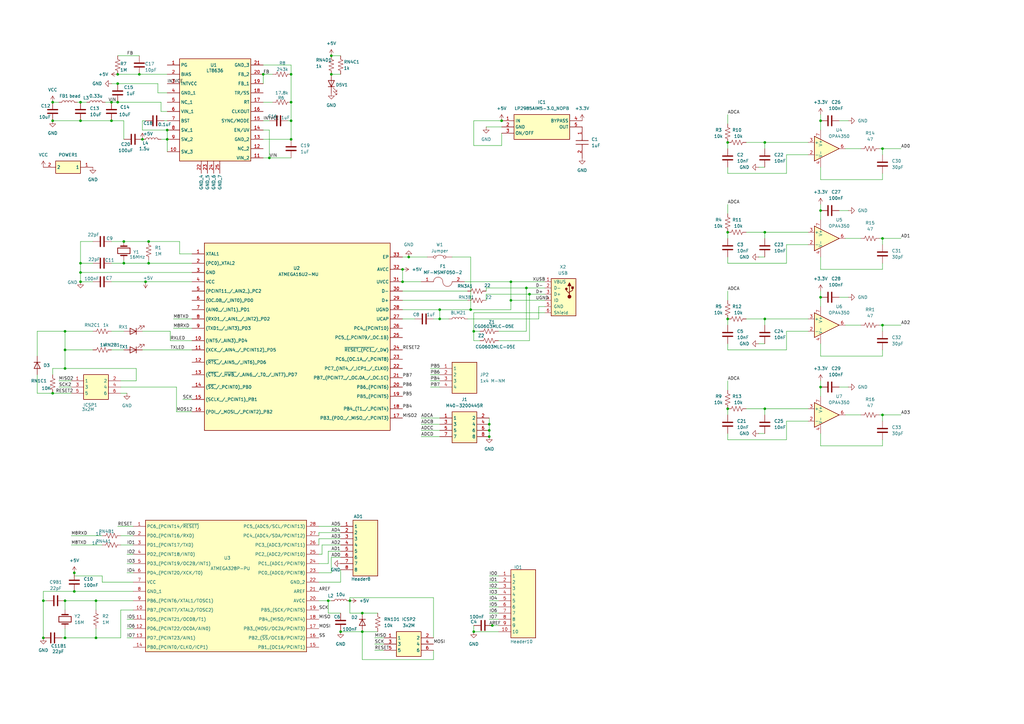
<source format=kicad_sch>
(kicad_sch (version 20231120) (generator "eeschema") (generator_version "8.0")
  (paper "A3")
  (junction (at 298.45 130.81))
  (junction (at 68.58 57.15))
  (junction (at 200.66 179.07))
  (junction (at 298.45 167.64))
  (junction (at 45.72 41.91))
  (junction (at 134.62 246.38))
  (junction (at 313.69 130.81))
  (junction (at 336.55 86.36))
  (junction (at 336.55 121.92))
  (junction (at 165.1 115.57))
  (junction (at 60.96 107.95))
  (junction (at 361.95 170.18))
  (junction (at 58.42 57.15))
  (junction (at 60.96 99.06))
  (junction (at 17.78 246.38))
  (junction (at 68.58 53.34))
  (junction (at 50.8 107.95))
  (junction (at 107.95 30.48))
  (junction (at 33.02 49.53))
  (junction (at 33.02 41.91))
  (junction (at 57.15 30.48))
  (junction (at 139.7 259.08))
  (junction (at 298.45 58.42))
  (junction (at 39.37 246.38))
  (junction (at 39.37 261.62))
  (junction (at 26.67 151.13))
  (junction (at 110.49 64.77))
  (junction (at 200.66 173.99))
  (junction (at 180.34 130.81))
  (junction (at 194.31 135.89))
  (junction (at 200.66 176.53))
  (junction (at 361.95 97.79))
  (junction (at 313.69 167.64))
  (junction (at 30.48 242.57))
  (junction (at 336.55 49.53))
  (junction (at 209.55 123.19))
  (junction (at 143.51 246.38))
  (junction (at 148.59 251.46))
  (junction (at 119.38 57.15))
  (junction (at 361.95 133.35))
  (junction (at 17.78 261.62))
  (junction (at 135.89 22.86))
  (junction (at 33.02 111.76))
  (junction (at 59.69 115.57))
  (junction (at 201.93 256.54))
  (junction (at 165.1 110.49))
  (junction (at 26.67 246.38))
  (junction (at 119.38 41.91))
  (junction (at 33.02 107.95))
  (junction (at 217.17 120.65))
  (junction (at 33.02 115.57))
  (junction (at 205.74 49.53))
  (junction (at 30.48 234.95))
  (junction (at 119.38 30.48))
  (junction (at 21.59 49.53))
  (junction (at 336.55 158.75))
  (junction (at 209.55 115.57))
  (junction (at 193.04 127))
  (junction (at 119.38 49.53))
  (junction (at 48.26 34.29))
  (junction (at 361.95 60.96))
  (junction (at 180.34 127))
  (junction (at 194.31 259.08))
  (junction (at 26.67 261.62))
  (junction (at 313.69 58.42))
  (junction (at 48.26 30.48))
  (junction (at 21.59 161.29))
  (junction (at 26.67 143.51))
  (junction (at 215.9 118.11))
  (junction (at 26.67 135.89))
  (junction (at 313.69 95.25))
  (junction (at 21.59 41.91))
  (junction (at 48.26 41.91))
  (junction (at 298.45 95.25))
  (junction (at 50.8 99.06))
  (junction (at 135.89 30.48))
  (junction (at 167.64 105.41))
  (junction (at 148.59 259.08))
  (junction (at 45.72 49.53))
  (wire (pts (xy 67.31 49.53) (xy 68.58 49.53)))
  (wire (pts (xy 21.59 49.53) (xy 33.02 49.53)))
  (wire (pts (xy 165.1 115.57) (xy 172.72 115.57)))
  (wire (pts (xy 346.71 97.79) (xy 353.06 97.79)))
  (wire (pts (xy 45.72 135.89) (xy 50.8 135.89)))
  (wire (pts (xy 49.53 223.52) (xy 54.61 223.52)))
  (wire (pts (xy 139.7 223.52) (xy 132.08 223.52)))
  (wire (pts (xy 322.58 63.5) (xy 322.58 71.12)))
  (wire (pts (xy 322.58 180.34) (xy 298.45 180.34)))
  (wire (pts (xy 298.45 68.58) (xy 298.45 71.12)))
  (wire (pts (xy 49.53 156.21) (xy 55.88 156.21)))
  (wire (pts (xy 190.5 115.57) (xy 209.55 115.57)))
  (wire (pts (xy 134.62 251.46) (xy 134.62 246.38)))
  (wire (pts (xy 139.7 233.68) (xy 139.7 238.76)))
  (wire (pts (xy 130.81 220.98) (xy 130.81 223.52)))
  (wire (pts (xy 107.95 49.53) (xy 110.49 49.53)))
  (wire (pts (xy 26.67 143.51) (xy 38.1 143.51)))
  (wire (pts (xy 204.47 139.7) (xy 217.17 139.7)))
  (wire (pts (xy 39.37 261.62) (xy 49.53 261.62)))
  (wire (pts (xy 217.17 120.65) (xy 217.17 139.7)))
  (wire (pts (xy 68.58 38.1) (xy 64.77 38.1)))
  (wire (pts (xy 139.7 226.06) (xy 134.62 226.06)))
  (wire (pts (xy 68.58 57.15) (xy 68.58 62.23)))
  (wire (pts (xy 48.26 215.9) (xy 54.61 215.9)))
  (wire (pts (xy 200.66 241.3) (xy 204.47 241.3)))
  (wire (pts (xy 204.47 259.08) (xy 194.31 259.08)))
  (wire (pts (xy 172.72 173.99) (xy 180.34 173.99)))
  (wire (pts (xy 177.8 270.51) (xy 148.59 270.51)))
  (wire (pts (xy 306.07 167.64) (xy 313.69 167.64)))
  (wire (pts (xy 73.66 104.14) (xy 73.66 99.06)))
  (wire (pts (xy 331.47 63.5) (xy 322.58 63.5)))
  (wire (pts (xy 361.95 73.66) (xy 361.95 71.12)))
  (wire (pts (xy 336.55 110.49) (xy 361.95 110.49)))
  (wire (pts (xy 139.7 259.08) (xy 148.59 259.08)))
  (wire (pts (xy 24.13 158.75) (xy 29.21 158.75)))
  (wire (pts (xy 298.45 156.21) (xy 298.45 160.02)))
  (wire (pts (xy 336.55 86.36) (xy 336.55 90.17)))
  (wire (pts (xy 19.05 246.38) (xy 17.78 246.38)))
  (wire (pts (xy 148.59 251.46) (xy 143.51 251.46)))
  (wire (pts (xy 135.89 22.86) (xy 139.7 22.86)))
  (wire (pts (xy 200.66 246.38) (xy 204.47 246.38)))
  (wire (pts (xy 45.72 143.51) (xy 50.8 143.51)))
  (wire (pts (xy 209.55 127) (xy 193.04 127)))
  (wire (pts (xy 45.72 115.57) (xy 59.69 115.57)))
  (wire (pts (xy 107.95 26.67) (xy 119.38 26.67)))
  (wire (pts (xy 134.62 246.38) (xy 135.89 246.38)))
  (wire (pts (xy 15.24 135.89) (xy 26.67 135.89)))
  (wire (pts (xy 223.52 128.27) (xy 194.31 128.27)))
  (wire (pts (xy 313.69 95.25) (xy 331.47 95.25)))
  (wire (pts (xy 209.55 115.57) (xy 209.55 123.19)))
  (wire (pts (xy 205.74 59.69) (xy 194.31 59.69)))
  (wire (pts (xy 55.88 156.21) (xy 55.88 151.13)))
  (wire (pts (xy 313.69 95.25) (xy 313.69 97.79)))
  (wire (pts (xy 336.55 49.53) (xy 336.55 53.34)))
  (wire (pts (xy 130.81 215.9) (xy 139.7 215.9)))
  (wire (pts (xy 180.34 130.81) (xy 184.15 130.81)))
  (wire (pts (xy 43.18 41.91) (xy 45.72 41.91)))
  (wire (pts (xy 200.66 176.53) (xy 200.66 179.07)))
  (wire (pts (xy 200.66 254) (xy 204.47 254)))
  (wire (pts (xy 119.38 64.77) (xy 110.49 64.77)))
  (wire (pts (xy 220.98 125.73) (xy 223.52 125.73)))
  (wire (pts (xy 130.81 246.38) (xy 134.62 246.38)))
  (wire (pts (xy 344.17 86.36) (xy 347.98 86.36)))
  (wire (pts (xy 26.67 135.89) (xy 26.67 143.51)))
  (wire (pts (xy 336.55 146.05) (xy 361.95 146.05)))
  (wire (pts (xy 177.8 266.7) (xy 177.8 270.51)))
  (wire (pts (xy 204.47 135.89) (xy 215.9 135.89)))
  (wire (pts (xy 130.81 218.44) (xy 130.81 219.71)))
  (wire (pts (xy 194.31 128.27) (xy 194.31 135.89)))
  (wire (pts (xy 148.59 251.46) (xy 154.94 251.46)))
  (wire (pts (xy 33.02 99.06) (xy 38.1 99.06)))
  (wire (pts (xy 336.55 140.97) (xy 336.55 146.05)))
  (wire (pts (xy 209.55 123.19) (xy 209.55 127)))
  (wire (pts (xy 193.04 127) (xy 180.34 127)))
  (wire (pts (xy 33.02 49.53) (xy 45.72 49.53)))
  (wire (pts (xy 15.24 153.67) (xy 15.24 161.29)))
  (wire (pts (xy 346.71 133.35) (xy 353.06 133.35)))
  (wire (pts (xy 78.74 107.95) (xy 60.96 107.95)))
  (wire (pts (xy 54.61 250.19) (xy 49.53 250.19)))
  (wire (pts (xy 118.11 49.53) (xy 119.38 49.53)))
  (wire (pts (xy 26.67 246.38) (xy 26.67 250.19)))
  (wire (pts (xy 26.67 135.89) (xy 38.1 135.89)))
  (wire (pts (xy 50.8 99.06) (xy 60.96 99.06)))
  (wire (pts (xy 199.39 118.11) (xy 199.39 119.38)))
  (wire (pts (xy 48.26 30.48) (xy 57.15 30.48)))
  (wire (pts (xy 165.1 119.38) (xy 191.77 119.38)))
  (wire (pts (xy 322.58 100.33) (xy 322.58 107.95)))
  (wire (pts (xy 177.8 245.11) (xy 143.51 245.11)))
  (wire (pts (xy 200.66 251.46) (xy 204.47 251.46)))
  (wire (pts (xy 148.59 270.51) (xy 148.59 259.08)))
  (wire (pts (xy 311.15 68.58) (xy 313.69 68.58)))
  (wire (pts (xy 172.72 179.07) (xy 180.34 179.07)))
  (wire (pts (xy 26.67 143.51) (xy 26.67 151.13)))
  (wire (pts (xy 313.69 167.64) (xy 331.47 167.64)))
  (wire (pts (xy 50.8 57.15) (xy 50.8 49.53)))
  (wire (pts (xy 176.53 156.21) (xy 180.34 156.21)))
  (wire (pts (xy 200.66 238.76) (xy 204.47 238.76)))
  (wire (pts (xy 360.68 170.18) (xy 361.95 170.18)))
  (wire (pts (xy 200.66 256.54) (xy 201.93 256.54)))
  (wire (pts (xy 298.45 105.41) (xy 298.45 107.95)))
  (wire (pts (xy 26.67 257.81) (xy 26.67 261.62)))
  (wire (pts (xy 30.48 242.57) (xy 54.61 242.57)))
  (wire (pts (xy 107.95 57.15) (xy 119.38 57.15)))
  (wire (pts (xy 21.59 41.91) (xy 24.13 41.91)))
  (wire (pts (xy 306.07 95.25) (xy 313.69 95.25)))
  (wire (pts (xy 322.58 71.12) (xy 298.45 71.12)))
  (wire (pts (xy 165.1 123.19) (xy 191.77 123.19)))
  (wire (pts (xy 336.55 156.21) (xy 336.55 158.75)))
  (wire (pts (xy 21.59 151.13) (xy 21.59 153.67)))
  (wire (pts (xy 52.07 227.33) (xy 54.61 227.33)))
  (wire (pts (xy 223.52 123.19) (xy 209.55 123.19)))
  (wire (pts (xy 200.66 236.22) (xy 204.47 236.22)))
  (wire (pts (xy 194.31 49.53) (xy 205.74 49.53)))
  (wire (pts (xy 176.53 151.13) (xy 180.34 151.13)))
  (wire (pts (xy 49.53 219.71) (xy 54.61 219.71)))
  (wire (pts (xy 26.67 261.62) (xy 39.37 261.62)))
  (wire (pts (xy 24.13 156.21) (xy 29.21 156.21)))
  (wire (pts (xy 153.67 266.7) (xy 157.48 266.7)))
  (wire (pts (xy 41.91 236.22) (xy 30.48 236.22)))
  (wire (pts (xy 180.34 127) (xy 165.1 127)))
  (wire (pts (xy 71.12 130.81) (xy 78.74 130.81)))
  (wire (pts (xy 54.61 246.38) (xy 39.37 246.38)))
  (wire (pts (xy 311.15 140.97) (xy 313.69 140.97)))
  (wire (pts (xy 322.58 135.89) (xy 322.58 143.51)))
  (wire (pts (xy 15.24 146.05) (xy 15.24 135.89)))
  (wire (pts (xy 134.62 231.14) (xy 130.81 231.14)))
  (wire (pts (xy 66.04 57.15) (xy 68.58 57.15)))
  (wire (pts (xy 135.89 234.95) (xy 130.81 234.95)))
  (wire (pts (xy 45.72 34.29) (xy 48.26 34.29)))
  (wire (pts (xy 223.52 118.11) (xy 215.9 118.11)))
  (wire (pts (xy 30.48 236.22) (xy 30.48 234.95)))
  (wire (pts (xy 52.07 257.81) (xy 54.61 257.81)))
  (wire (pts (xy 177.8 245.11) (xy 177.8 261.62)))
  (wire (pts (xy 139.7 218.44) (xy 130.81 218.44)))
  (wire (pts (xy 344.17 121.92) (xy 347.98 121.92)))
  (wire (pts (xy 139.7 251.46) (xy 134.62 251.46)))
  (wire (pts (xy 57.15 30.48) (xy 68.58 30.48)))
  (wire (pts (xy 49.53 161.29) (xy 52.07 161.29)))
  (wire (pts (xy 78.74 104.14) (xy 73.66 104.14)))
  (wire (pts (xy 17.78 246.38) (xy 17.78 242.57)))
  (wire (pts (xy 336.55 121.92) (xy 336.55 125.73)))
  (wire (pts (xy 322.58 107.95) (xy 298.45 107.95)))
  (wire (pts (xy 196.85 139.7) (xy 194.31 139.7)))
  (wire (pts (xy 33.02 115.57) (xy 33.02 111.76)))
  (wire (pts (xy 336.55 46.99) (xy 336.55 49.53)))
  (wire (pts (xy 45.72 107.95) (xy 50.8 107.95)))
  (wire (pts (xy 139.7 228.6) (xy 135.89 228.6)))
  (wire (pts (xy 52.07 234.95) (xy 54.61 234.95)))
  (wire (pts (xy 165.1 110.49) (xy 165.1 115.57)))
  (wire (pts (xy 361.95 110.49) (xy 361.95 107.95)))
  (wire (pts (xy 110.49 53.34) (xy 110.49 64.77)))
  (wire (pts (xy 185.42 105.41) (xy 193.04 105.41)))
  (wire (pts (xy 52.07 254) (xy 54.61 254)))
  (wire (pts (xy 107.95 41.91) (xy 111.76 41.91)))
  (wire (pts (xy 66.04 45.72) (xy 66.04 41.91)))
  (wire (pts (xy 110.49 64.77) (xy 107.95 64.77)))
  (wire (pts (xy 64.77 38.1) (xy 64.77 34.29)))
  (wire (pts (xy 344.17 49.53) (xy 347.98 49.53)))
  (wire (pts (xy 49.53 250.19) (xy 49.53 261.62)))
  (wire (pts (xy 29.21 223.52) (xy 41.91 223.52)))
  (wire (pts (xy 59.69 115.57) (xy 78.74 115.57)))
  (wire (pts (xy 298.45 46.99) (xy 298.45 50.8)))
  (wire (pts (xy 119.38 57.15) (xy 119.38 49.53)))
  (wire (pts (xy 194.31 135.89) (xy 194.31 139.7)))
  (wire (pts (xy 215.9 135.89) (xy 215.9 118.11)))
  (wire (pts (xy 176.53 158.75) (xy 180.34 158.75)))
  (wire (pts (xy 215.9 118.11) (xy 199.39 118.11)))
  (wire (pts (xy 17.78 246.38) (xy 17.78 261.62)))
  (wire (pts (xy 119.38 30.48) (xy 119.38 41.91)))
  (wire (pts (xy 39.37 246.38) (xy 39.37 250.19)))
  (wire (pts (xy 107.95 53.34) (xy 110.49 53.34)))
  (wire (pts (xy 336.55 73.66) (xy 361.95 73.66)))
  (wire (pts (xy 134.62 226.06) (xy 134.62 231.14)))
  (wire (pts (xy 346.71 170.18) (xy 353.06 170.18)))
  (wire (pts (xy 311.15 177.8) (xy 313.69 177.8)))
  (wire (pts (xy 38.1 107.95) (xy 33.02 107.95)))
  (wire (pts (xy 298.45 177.8) (xy 298.45 180.34)))
  (wire (pts (xy 298.45 130.81) (xy 298.45 133.35)))
  (wire (pts (xy 59.69 49.53) (xy 58.42 49.53)))
  (wire (pts (xy 153.67 264.16) (xy 157.48 264.16)))
  (wire (pts (xy 217.17 120.65) (xy 223.52 120.65)))
  (wire (pts (xy 58.42 135.89) (xy 69.85 135.89)))
  (wire (pts (xy 58.42 53.34) (xy 68.58 53.34)))
  (wire (pts (xy 139.7 238.76) (xy 130.81 238.76)))
  (wire (pts (xy 54.61 238.76) (xy 41.91 238.76)))
  (wire (pts (xy 153.67 261.62) (xy 157.48 261.62)))
  (wire (pts (xy 172.72 171.45) (xy 180.34 171.45)))
  (wire (pts (xy 68.58 45.72) (xy 66.04 45.72)))
  (wire (pts (xy 52.07 261.62) (xy 54.61 261.62)))
  (wire (pts (xy 313.69 58.42) (xy 313.69 60.96)))
  (wire (pts (xy 331.47 135.89) (xy 322.58 135.89)))
  (wire (pts (xy 361.95 146.05) (xy 361.95 143.51)))
  (wire (pts (xy 298.45 95.25) (xy 298.45 97.79)))
  (wire (pts (xy 33.02 99.06) (xy 33.02 107.95)))
  (wire (pts (xy 194.31 59.69) (xy 194.31 49.53)))
  (wire (pts (xy 135.89 30.48) (xy 139.7 30.48)))
  (wire (pts (xy 360.68 97.79) (xy 361.95 97.79)))
  (wire (pts (xy 298.45 119.38) (xy 298.45 123.19)))
  (wire (pts (xy 194.31 259.08) (xy 194.31 256.54)))
  (wire (pts (xy 298.45 58.42) (xy 298.45 60.96)))
  (wire (pts (xy 143.51 251.46) (xy 143.51 246.38)))
  (wire (pts (xy 139.7 220.98) (xy 130.81 220.98)))
  (wire (pts (xy 360.68 60.96) (xy 361.95 60.96)))
  (wire (pts (xy 167.64 105.41) (xy 175.26 105.41)))
  (wire (pts (xy 165.1 130.81) (xy 170.18 130.81)))
  (wire (pts (xy 191.77 130.81) (xy 220.98 130.81)))
  (wire (pts (xy 336.55 182.88) (xy 361.95 182.88)))
  (wire (pts (xy 361.95 170.18) (xy 369.57 170.18)))
  (wire (pts (xy 73.66 99.06) (xy 60.96 99.06)))
  (wire (pts (xy 361.95 97.79) (xy 369.57 97.79)))
  (wire (pts (xy 17.78 242.57) (xy 30.48 242.57)))
  (wire (pts (xy 361.95 133.35) (xy 369.57 133.35)))
  (wire (pts (xy 336.55 83.82) (xy 336.55 86.36)))
  (wire (pts (xy 143.51 245.11) (xy 143.51 246.38)))
  (wire (pts (xy 119.38 30.48) (xy 119.38 26.67)))
  (wire (pts (xy 306.07 130.81) (xy 313.69 130.81)))
  (wire (pts (xy 313.69 130.81) (xy 331.47 130.81)))
  (wire (pts (xy 55.88 151.13) (xy 26.67 151.13)))
  (wire (pts (xy 74.93 163.83) (xy 78.74 163.83)))
  (wire (pts (xy 52.07 231.14) (xy 54.61 231.14)))
  (wire (pts (xy 336.55 158.75) (xy 336.55 162.56)))
  (wire (pts (xy 298.45 140.97) (xy 298.45 143.51)))
  (wire (pts (xy 50.8 106.68) (xy 50.8 107.95)))
  (wire (pts (xy 336.55 105.41) (xy 336.55 110.49)))
  (wire (pts (xy 21.59 151.13) (xy 26.67 151.13)))
  (wire (pts (xy 68.58 53.34) (xy 68.58 57.15)))
  (wire (pts (xy 39.37 257.81) (xy 39.37 261.62)))
  (wire (pts (xy 132.08 223.52) (xy 132.08 227.33)))
  (wire (pts (xy 38.1 115.57) (xy 33.02 115.57)))
  (wire (pts (xy 33.02 111.76) (xy 33.02 107.95)))
  (wire (pts (xy 361.95 63.5) (xy 361.95 60.96)))
  (wire (pts (xy 361.95 172.72) (xy 361.95 170.18)))
  (wire (pts (xy 331.47 100.33) (xy 322.58 100.33)))
  (wire (pts (xy 66.04 41.91) (xy 48.26 41.91)))
  (wire (pts (xy 31.75 41.91) (xy 33.02 41.91)))
  (wire (pts (xy 41.91 238.76) (xy 41.91 236.22)))
  (wire (pts (xy 199.39 52.07) (xy 205.74 52.07)))
  (wire (pts (xy 132.08 227.33) (xy 130.81 227.33)))
  (wire (pts (xy 209.55 115.57) (xy 223.52 115.57)))
  (wire (pts (xy 361.95 60.96) (xy 369.57 60.96)))
  (wire (pts (xy 78.74 111.76) (xy 33.02 111.76)))
  (wire (pts (xy 217.17 120.65) (xy 199.39 120.65)))
  (wire (pts (xy 193.04 105.41) (xy 193.04 127)))
  (wire (pts (xy 220.98 130.81) (xy 220.98 125.73)))
  (wire (pts (xy 200.66 243.84) (xy 204.47 243.84)))
  (wire (pts (xy 15.24 161.29) (xy 21.59 161.29)))
  (wire (pts (xy 119.38 49.53) (xy 119.38 41.91)))
  (wire (pts (xy 177.8 130.81) (xy 180.34 130.81)))
  (wire (pts (xy 71.12 134.62) (xy 78.74 134.62)))
  (wire (pts (xy 194.31 135.89) (xy 196.85 135.89)))
  (wire (pts (xy 306.07 58.42) (xy 313.69 58.42)))
  (wire (pts (xy 298.45 83.82) (xy 298.45 87.63)))
  (wire (pts (xy 72.39 168.91) (xy 78.74 168.91)))
  (wire (pts (xy 172.72 176.53) (xy 180.34 176.53)))
  (wire (pts (xy 313.69 130.81) (xy 313.69 133.35)))
  (wire (pts (xy 313.69 58.42) (xy 331.47 58.42)))
  (wire (pts (xy 200.66 173.99) (xy 200.66 176.53)))
  (wire (pts (xy 49.53 158.75) (xy 72.39 158.75)))
  (wire (pts (xy 201.93 256.54) (xy 204.47 256.54)))
  (wire (pts (xy 199.39 120.65) (xy 199.39 123.19)))
  (wire (pts (xy 311.15 105.41) (xy 313.69 105.41)))
  (wire (pts (xy 39.37 246.38) (xy 26.67 246.38)))
  (wire (pts (xy 45.72 41.91) (xy 48.26 41.91)))
  (wire (pts (xy 48.26 22.86) (xy 57.15 22.86)))
  (wire (pts (xy 180.34 130.81) (xy 180.34 127)))
  (wire (pts (xy 313.69 167.64) (xy 313.69 170.18)))
  (wire (pts (xy 107.95 30.48) (xy 111.76 30.48)))
  (wire (pts (xy 331.47 172.72) (xy 322.58 172.72)))
  (wire (pts (xy 205.74 54.61) (xy 205.74 59.69)))
  (wire (pts (xy 176.53 153.67) (xy 180.34 153.67)))
  (wire (pts (xy 336.55 68.58) (xy 336.55 73.66)))
  (wire (pts (xy 69.85 139.7) (xy 78.74 139.7)))
  (wire (pts (xy 200.66 171.45) (xy 200.66 173.99)))
  (wire (pts (xy 29.21 219.71) (xy 41.91 219.71)))
  (wire (pts (xy 58.42 49.53) (xy 58.42 53.34)))
  (wire (pts (xy 50.8 107.95) (xy 60.96 107.95)))
  (wire (pts (xy 69.85 135.89) (xy 69.85 139.7)))
  (wire (pts (xy 58.42 143.51) (xy 78.74 143.51)))
  (wire (pts (xy 135.89 228.6) (xy 135.89 234.95)))
  (wire (pts (xy 50.8 49.53) (xy 45.72 49.53)))
  (wire (pts (xy 25.4 261.62) (xy 26.67 261.62)))
  (wire (pts (xy 200.66 248.92) (xy 204.47 248.92)))
  (wire (pts (xy 346.71 60.96) (xy 353.06 60.96)))
  (wire (pts (xy 298.45 167.64) (xy 298.45 170.18)))
  (wire (pts (xy 21.59 161.29) (xy 29.21 161.29)))
  (wire (pts (xy 322.58 143.51) (xy 298.45 143.51)))
  (wire (pts (xy 60.96 107.95) (xy 60.96 106.68)))
  (wire (pts (xy 361.95 182.88) (xy 361.95 180.34)))
  (wire (pts (xy 165.1 105.41) (xy 167.64 105.41)))
  (wire (pts (xy 360.68 133.35) (xy 361.95 133.35)))
  (wire (pts (xy 148.59 259.08) (xy 154.94 259.08)))
  (wire (pts (xy 361.95 100.33) (xy 361.95 97.79)))
  (wire (pts (xy 361.95 135.89) (xy 361.95 133.35)))
  (wire (pts (xy 336.55 177.8) (xy 336.55 182.88)))
  (wire (pts (xy 344.17 158.75) (xy 347.98 158.75)))
  (wire (pts (xy 336.55 119.38) (xy 336.55 121.92)))
  (wire (pts (xy 322.58 172.72) (xy 322.58 180.34)))
  (wire (pts (xy 107.95 30.48) (xy 107.95 34.29)))
  (wire (pts (xy 72.39 158.75) (xy 72.39 168.91)))
  (wire (pts (xy 45.72 99.06) (xy 50.8 99.06)))
  (wire (pts (xy 33.02 41.91) (xy 35.56 41.91)))
  (wire (pts (xy 64.77 34.29) (xy 48.26 34.29)))
  (label "AD0" (at 135.89 228.6 0))
  (label "IO3" (at 200.66 243.84 0))
  (label "PB4" (at 176.53 156.21 0))
  (label "IO1" (at 200.66 238.76 0))
  (label "IO0" (at 52.07 219.71 0))
  (label "AD2" (at 135.89 223.52 0))
  (label "ADCD" (at 172.72 179.07 0))
  (label "SCK" (at 74.93 163.83 0))
  (label "IO3" (at 52.07 231.14 0))
  (label "AD5" (at 135.89 215.9 0))
  (label "PB6" (at 176.53 153.67 0))
  (label "IO7" (at 200.66 254 0))
  (label "INTVCE" (at 107.95 49.53 0))
  (label "MISO" (at 153.67 261.62 0))
  (label "AD3" (at 135.89 220.98 0))
  (label "FB" (at 52.07 22.86 0))
  (label "RXLED" (at 69.85 139.7 0))
  (label "D-" (at 219.71 118.11 0))
  (label "RESET2" (at 22.86 161.29 0))
  (label "XUSB" (at 218.44 115.57 0))
  (label "ADCA" (at 298.45 119.38 0))
  (label "ADCA" (at 298.45 156.21 0))
  (label "AD4" (at 135.89 218.44 0))
  (label "MOS12" (at 72.39 168.91 0))
  (label "MISO2" (at 24.13 156.21 0))
  (label "IO0" (at 200.66 236.22 0))
  (label "IO6" (at 52.07 257.81 0))
  (label "M8RXD" (at 71.12 134.62 0))
  (label "ADCB" (at 172.72 173.99 0))
  (label "SS" (at 130.81 261.62 0))
  (label "AD3" (at 369.57 170.18 0))
  (label "M8RXD" (at 29.21 219.71 0))
  (label "M8TXD" (at 71.12 130.81 0))
  (label "ADCC" (at 172.72 176.53 0))
  (label "AD2" (at 369.57 133.35 0))
  (label "AD1" (at 135.89 226.06 0))
  (label "INTVCE" (at 68.58 34.29 0))
  (label "IO7" (at 52.07 261.62 0))
  (label "FB" (at 107.95 30.48 0))
  (label "RESET2" (at 165.1 143.51 0))
  (label "UGND" (at 219.71 123.19 0))
  (label "AD1" (at 369.57 97.79 0))
  (label "IO5" (at 200.66 248.92 0))
  (label "IO6" (at 200.66 251.46 0))
  (label "IO1" (at 52.07 223.52 0))
  (label "AREF" (at 130.81 242.57 0))
  (label "PB4" (at 165.1 167.64 0))
  (label "VIN" (at 110.49 64.77 0))
  (label "AREF" (at 200.66 256.54 0))
  (label "ADCA" (at 172.72 171.45 0))
  (label "SCK2" (at 24.13 158.75 0))
  (label "ADCA" (at 298.45 83.82 0))
  (label "PB5" (at 176.53 151.13 0))
  (label "IO5" (at 52.07 254 0))
  (label "PB5" (at 165.1 162.56 0))
  (label "IO4" (at 52.07 234.95 0))
  (label "SCK" (at 130.81 250.19 0))
  (label "PB7" (at 165.1 154.94 0))
  (label "VIN" (at 44.45 41.91 0))
  (label "PB7" (at 176.53 158.75 0))
  (label "IO4" (at 200.66 246.38 0))
  (label "IO2" (at 200.66 241.3 0))
  (label "M8TXD" (at 29.21 223.52 0))
  (label "MISO" (at 130.81 254 0))
  (label "ADCA" (at 298.45 46.99 0))
  (label "MOSI" (at 177.8 264.16 0))
  (label "D+" (at 219.71 120.65 0))
  (label "IO2" (at 52.07 227.33 0))
  (label "RESET" (at 48.26 215.9 0))
  (label "MOSI" (at 130.81 257.81 0))
  (label "AD0" (at 369.57 60.96 0))
  (label "MISO2" (at 165.1 171.45 0))
  (label "SCK" (at 153.67 264.16 0))
  (label "TXLED" (at 69.85 143.51 0))
  (label "PB6" (at 165.1 158.75 0))
  (label "RESET" (at 153.67 266.7 0))
  (symbol (lib_id "ATMEGA16U2-MU:ATMEGA16U2-MU") (at 78.74 107.95 0) (unit 1)
    (property "Reference" "U2" (at 121.666 109.982 0))
    (property "Value" "ATMEGA16U2-MU" (at 122.428 112.522 0))
    (property "Footprint" "QFN50P500X500X100-33N-D" (effects (hide yes)))
    (property "Datasheet" "http://ww1.microchip.com/downloads/en/DeviceDoc/doc7799.pdf" (effects (hide yes)))
    (property "Description" "8-bit Microcontrollers - MCU AVR USB 8K FLASH AVR USB 16K FLASH" (effects (hide yes)))
    (property "Height" "1" (effects (hide yes)))
    (property "Mouser Part Number" "556-ATMEGA16U2-MU" (effects (hide yes)))
    (property "Mouser Price/Stock" "https://www.mouser.co.uk/ProductDetail/Microchip-Technology/ATMEGA16U2-MU?qs=JV7lzlMm3yIZlyznMyuPNA%3D%3D" (effects (hide yes)))
    (property "Manufacturer_Name" "Microchip" (effects (hide yes)))
    (property "Manufacturer_Part_Number" "ATMEGA16U2-MU" (effects (hide yes)))
  )
  (symbol (lib_id "Device:C") (at 313.69 173.99 0) (unit 1)
    (property "Reference" "C25" (at 317.5 172.72 0) (effects (justify left)))
    (property "Value" "10nF" (at 317.5 175.26 0) (effects (justify left)))
    (property "Footprint" "Capacitor_SMD:C_0805_2012Metric" (effects (hide yes)))
  )
  (symbol (lib_id "power:GND") (at 52.07 161.29 0) (unit 1)
    (property "Reference" "#PWR012" (effects (hide yes)))
    (property "Value" "GND" (at 52.07 166.37 0))
    (property "Description" "Power symbol creates a global label with name \"GND\" , ground" (effects (hide yes)))
  )
  (symbol (lib_id "Device:C") (at 48.26 38.1 0) (unit 1)
    (property "Reference" "C15" (at 50.8 35.814 0) (effects (justify left)))
    (property "Value" "1uF" (at 51.816 38.354 0) (effects (justify left)))
    (property "Footprint" "C0805C112F5GACTU//:C0805" (effects (hide yes)))
    (property "Description" "Unpolarized capacitor" (effects (hide yes)))
  )
  (symbol (lib_id "Device:R_US") (at 115.57 30.48 90) (unit 1)
    (property "Reference" "R8" (at 115.824 25.908 90))
    (property "Value" "243k" (at 115.824 28.448 90))
    (property "Footprint" "Resistor_SMD:R_0805_2012Metric" (effects (hide yes)))
    (property "Description" "Resistor, US symbol" (effects (hide yes)))
  )
  (symbol (lib_id "power:GND") (at 139.7 259.08 0) (unit 1)
    (property "Reference" "#PWR019" (effects (hide yes)))
    (property "Value" "GND" (at 139.7 264.16 0))
    (property "Description" "Power symbol creates a global label with name \"GND\" , ground" (effects (hide yes)))
  )
  (symbol (lib_id "Device:C") (at 313.69 101.6 0) (unit 1)
    (property "Reference" "C23" (at 317.5 100.33 0) (effects (justify left)))
    (property "Value" "10nF" (at 317.5 102.87 0) (effects (justify left)))
    (property "Footprint" "Capacitor_SMD:C_0805_2012Metric" (effects (hide yes)))
  )
  (symbol (lib_id "M22-5320305R:M22-5320305R") (at 29.21 156.21 0) (unit 1)
    (property "Reference" "ICSP1" (at 37.084 166.116 0))
    (property "Value" "3x2M" (at 36.068 167.894 0))
    (property "Footprint" "M225320305R" (effects (hide yes)))
    (property "Datasheet" "https://cdn.harwin.com/pdfs/M22-532R.pdf" (effects (hide yes)))
    (property "Description" "2.00mm (0.079\") Pitch DIL Vertical SMT Pin Header, gold, pick & place (Tape & Reel packing), 3+3 contacts" (effects (hide yes)))
    (property "Height" "7.3" (effects (hide yes)))
    (property "Mouser Part Number" "855-M22-5320305R" (effects (hide yes)))
    (property "Mouser Price/Stock" "https://www.mouser.co.uk/ProductDetail/Harwin/M22-5320305R?qs=vF78I%252BjhbY%252BtF2P5DN1inA%3D%3D" (effects (hide yes)))
    (property "Manufacturer_Name" "Harwin" (effects (hide yes)))
    (property "Manufacturer_Part_Number" "M22-5320305R" (effects (hide yes)))
  )
  (symbol (lib_id "Amplifier_Operational:OPA1641") (at 339.09 170.18 0) (unit 1)
    (property "Reference" "U7" (at 344.17 162.56 0))
    (property "Value" "OPA4350" (at 344.17 165.1 0))
    (property "Footprint" "Package_SO:SOIC-8_3.9x4.9mm_P1.27mm" (effects (hide yes)))
    (property "Datasheet" "http://www.ti.com/lit/ds/symlink/opa1641.pdf" (effects (hide yes)))
  )
  (symbol (lib_id "Device:R_US") (at 298.45 91.44 180) (unit 1)
    (property "Reference" "R4" (at 293.37 90.17 0) (effects (justify right)))
    (property "Value" "10k" (at 300.99 92.71 0) (effects (justify right)))
    (property "Footprint" "Resistor_SMD:R_0805_2012Metric" (effects (hide yes)))
  )
  (symbol (lib_id "Device:R_US") (at 356.87 60.96 90) (unit 1)
    (property "Reference" "R14" (at 356.87 54.61 90))
    (property "Value" "47" (at 356.87 57.15 90))
    (property "Footprint" "Resistor_SMD:R_0805_2012Metric" (effects (hide yes)))
  )
  (symbol (lib_id "Device:L") (at 27.94 41.91 90) (unit 1)
    (property "Reference" "FB1" (at 26.162 39.37 90))
    (property "Value" "bead" (at 30.734 39.37 90))
    (property "Footprint" "Inductor_SMD:L_0805_2012Metric" (effects (hide yes)))
    (property "Description" "Inductor" (effects (hide yes)))
  )
  (symbol (lib_id "Device:LED") (at 135.89 34.29 90) (unit 1)
    (property "Reference" "D5V1" (at 137.668 34.798 90) (effects (justify right)))
    (property "Value" "LED" (effects (hide yes)))
    (property "Footprint" "LED_SMD:LED_0805_2012Metric" (effects (hide yes)))
    (property "Description" "Light emitting diode" (effects (hide yes)))
  )
  (symbol (lib_id "LP2985AIM5-3_0_NOPB:LP2985AIM5-3.0_NOPB") (at 205.74 49.53 0) (unit 1)
    (property "Reference" "IC1" (at 222.25 41.91 0))
    (property "Value" "LP2985AIM5-3.0_NOPB" (at 222.25 44.45 0))
    (property "Footprint" "SOT95P280X145-5N" (effects (hide yes)))
    (property "Datasheet" "http://www.ti.com/lit/ds/symlink/lp2985-n.pdf" (effects (hide yes)))
    (property "Height" "1.45" (effects (hide yes)))
    (property "Mouser Part Number" "926-2985AIM53.0/NOPB" (effects (hide yes)))
    (property "Mouser Price/Stock" "https://www.mouser.co.uk/ProductDetail/Texas-Instruments/LP2985AIM5-3.0-NOPB?qs=7lkVKPoqpbZbk1xj0uZquQ%3D%3D" (effects (hide yes)))
    (property "Manufacturer_Name" "Texas Instruments" (effects (hide yes)))
    (property "Manufacturer_Part_Number" "LP2985AIM5-3.0/NOPB" (effects (hide yes)))
  )
  (symbol (lib_id "Device:R_US") (at 48.26 26.67 0) (unit 1)
    (property "Reference" "R7" (at 49.276 26.162 0) (effects (justify left)))
    (property "Value" "1M" (at 49.276 28.702 0) (effects (justify left)))
    (property "Footprint" "Resistor_SMD:R_0805_2012Metric" (effects (hide yes)))
    (property "Description" "Resistor, US symbol" (effects (hide yes)))
  )
  (symbol (lib_id "power:+5V") (at 30.48 234.95 0) (unit 1)
    (property "Reference" "#PWR015" (effects (hide yes)))
    (property "Value" "+5V" (at 30.48 229.87 0))
    (property "Description" "Power symbol creates a global label with name \"+5V\"" (effects (hide yes)))
  )
  (symbol (lib_id "power:VCC") (at 21.59 41.91 0) (unit 1)
    (property "Reference" "#PWR01" (effects (hide yes)))
    (property "Value" "VCC" (at 21.59 36.83 0))
    (property "Description" "Power symbol creates a global label with name \"VCC\"" (effects (hide yes)))
  )
  (symbol (lib_id "power:+5V") (at 165.1 110.49 270) (unit 1)
    (property "Reference" "#PWR014" (effects (hide yes)))
    (property "Value" "+5V" (at 168.91 110.4899 90) (effects (justify left)))
    (property "Description" "Power symbol creates a global label with name \"+5V\"" (effects (hide yes)))
  )
  (symbol (lib_id "power:GND") (at 45.72 34.29 270) (unit 1)
    (property "Reference" "#PWR04" (effects (hide yes)))
    (property "Value" "GND" (at 41.91 34.2899 90) (effects (justify right)))
    (property "Description" "Power symbol creates a global label with name \"GND\" , ground" (effects (hide yes)))
  )
  (symbol (lib_id "Device:R_US") (at 356.87 133.35 90) (unit 1)
    (property "Reference" "RR1" (at 356.87 127 90))
    (property "Value" "47" (at 356.87 129.54 90))
    (property "Footprint" "Resistor_SMD:R_0805_2012Metric" (effects (hide yes)))
  )
  (symbol (lib_id "Device:R_US") (at 60.96 102.87 0) (unit 1)
    (property "Reference" "R1" (at 63.5 101.5999 0) (effects (justify left)))
    (property "Value" "1M" (at 63.5 104.1399 0) (effects (justify left)))
    (property "Footprint" "Resistor_SMD:R_0805_2012Metric" (effects (hide yes)))
    (property "Description" "Resistor, US symbol" (effects (hide yes)))
  )
  (symbol (lib_id "Device:R_US") (at 356.87 170.18 90) (unit 1)
    (property "Reference" "R16" (at 356.87 163.83 90))
    (property "Value" "47" (at 356.87 166.37 90))
    (property "Footprint" "Resistor_SMD:R_0805_2012Metric" (effects (hide yes)))
  )
  (symbol (lib_id "power:GND") (at 311.15 140.97 270) (unit 1)
    (property "Reference" "#PWR028" (effects (hide yes)))
    (property "Value" "GND" (at 307.34 140.97 90) (effects (justify right)))
  )
  (symbol (lib_id "power:+3.3V") (at 336.55 119.38 0) (unit 1)
    (property "Reference" "#PWR032" (effects (hide yes)))
    (property "Value" "+3.3V" (at 336.55 114.3 0))
  )
  (symbol (lib_id "0805ZC105KAZ2A:0805ZC105KAZ2A") (at 238.76 52.07 270) (unit 1)
    (property "Reference" "C1" (at 242.57 57.15 90) (effects (justify left)))
    (property "Value" "1uF" (at 242.57 59.69 90) (effects (justify left)))
    (property "Footprint" "Capacitor_SMD:C_0805_2012Metric" (effects (hide yes)))
    (property "Datasheet" "http://datasheets.avx.com/C0GNP0-Dielectric.pdf" (effects (hide yes)))
    (property "Height" "1.4" (effects (hide yes)))
    (property "Mouser Part Number" "581-0805ZC105KAZ2A" (effects (hide yes)))
    (property "Mouser Price/Stock" "https://www.mouser.co.uk/ProductDetail/AVX/0805ZC105KAZ2A?qs=gd5jbCLjf4bv6xkfYSXf6w%3D%3D" (effects (hide yes)))
    (property "Manufacturer_Name" "Kyocera AVX" (effects (hide yes)))
    (property "Manufacturer_Part_Number" "0805ZC105KAZ2A" (effects (hide yes)))
  )
  (symbol (lib_id "power:GND") (at 21.59 49.53 0) (unit 1)
    (property "Reference" "#PWR03" (effects (hide yes)))
    (property "Value" "GND" (at 21.59 54.61 0))
    (property "Description" "Power symbol creates a global label with name \"GND\" , ground" (effects (hide yes)))
  )
  (symbol (lib_id "power:+5V") (at 205.74 49.53 0) (unit 1)
    (property "Reference" "#PWR023" (effects (hide yes)))
    (property "Value" "+5V" (at 205.74 44.45 0))
  )
  (symbol (lib_id "Device:LED") (at 54.61 143.51 180) (unit 1)
    (property "Reference" "TX1" (at 50.8 142.24 0))
    (property "Value" "LED" (effects (hide yes)))
    (property "Footprint" "LED_SMD:LED_0805_2012Metric" (effects (hide yes)))
    (property "Description" "Light emitting diode" (effects (hide yes)))
  )
  (symbol (lib_id "Device:R_US") (at 139.7 26.67 0) (unit 1)
    (property "Reference" "RN4C1" (at 140.97 25.4 0) (effects (justify left)))
    (property "Value" "1k" (at 140.97 27.94 0) (effects (justify left)))
    (property "Footprint" "Resistor_SMD:R_0805_2012Metric" (effects (hide yes)))
    (property "Description" "Resistor, US symbol" (effects (hide yes)))
  )
  (symbol (lib_id "Device:C") (at 361.95 139.7 0) (unit 1)
    (property "Reference" "C32" (at 365.76 138.43 0) (effects (justify left)))
    (property "Value" "30pF" (at 365.76 140.97 0) (effects (justify left)))
    (property "Footprint" "Capacitor_SMD:C_0805_2012Metric" (effects (hide yes)))
  )
  (symbol (lib_id "power:GND") (at 17.78 261.62 0) (unit 1)
    (property "Reference" "#PWR016" (effects (hide yes)))
    (property "Value" "GND" (at 17.78 266.7 0))
    (property "Description" "Power symbol creates a global label with name \"GND\" , ground" (effects (hide yes)))
  )
  (symbol (lib_id "power:GND") (at 347.98 158.75 90) (unit 1)
    (property "Reference" "#PWR037" (effects (hide yes)))
    (property "Value" "GND" (at 351.79 158.75 90) (effects (justify right)))
  )
  (symbol (lib_id "Device:L") (at 139.7 246.38 90) (unit 1)
    (property "Reference" "L2" (at 135.636 244.348 90))
    (property "Value" "10u" (at 139.7 243.84 90))
    (property "Footprint" "Inductor_SMD:L_0805_2012Metric" (effects (hide yes)))
    (property "Description" "Inductor" (effects (hide yes)))
  )
  (symbol (lib_id "Device:C") (at 173.99 130.81 90) (unit 1)
    (property "Reference" "C8" (at 170.688 129.032 90))
    (property "Value" "1uF" (at 176.784 129.032 90))
    (property "Footprint" "C0805C112F5GACTU//:C0805" (effects (hide yes)))
    (property "Description" "Unpolarized capacitor" (effects (hide yes)))
  )
  (symbol (lib_id "Device:C") (at 45.72 45.72 0) (unit 1)
    (property "Reference" "C14" (at 49.276 43.942 0) (effects (justify left)))
    (property "Value" "10uF" (at 48.768 46.99 0) (effects (justify left)))
    (property "Footprint" "C0805C112F5GACTU//:C0805" (effects (hide yes)))
    (property "Description" "Unpolarized capacitor" (effects (hide yes)))
  )
  (symbol (lib_id "power:+3.3V") (at 336.55 83.82 0) (unit 1)
    (property "Reference" "#PWR031" (effects (hide yes)))
    (property "Value" "+3.3V" (at 336.55 78.74 0))
  )
  (symbol (lib_id "B10B-XASK-1_LF__SN_:B10B-XASK-1_LF__SN_") (at 204.47 236.22 0) (unit 1)
    (property "Reference" "IO1" (at 210.82 232.664 0) (effects (justify left)))
    (property "Value" "Header10" (at 209.296 263.144 0) (effects (justify left)))
    (property "Footprint" "SHDR10W64P0X250_1X10_2740X575X700P" (effects (hide yes)))
    (property "Datasheet" "https://datasheet.datasheetarchive.com/originals/dk/DKDS41/DSANUWW0025348.pdf" (effects (hide yes)))
    (property "Description" "Connector Header Through Hole  position 0.098\" (2.50mm)" (effects (hide yes)))
    (property "Height" "7" (effects (hide yes)))
    (property "Manufacturer_Name" "JST (JAPAN SOLDERLESS TERMINALS)" (effects (hide yes)))
    (property "Manufacturer_Part_Number" "B10B-XASK-1(LF)(SN)" (effects (hide yes)))
  )
  (symbol (lib_id "power:GND") (at 199.39 52.07 0) (unit 1)
    (property "Reference" "#PWR022" (effects (hide yes)))
    (property "Value" "GND" (at 199.39 57.15 0))
  )
  (symbol (lib_id "MF-MSMF050-2:MF-MSMF050-2") (at 172.72 115.57 0) (unit 1)
    (property "Reference" "F1" (at 181.61 109.22 0))
    (property "Value" "MF-MSMF050-2" (at 181.61 111.76 0))
    (property "Footprint" "FUSC4632X85N" (effects (hide yes)))
    (property "Datasheet" "https://www.bourns.com/pdfs/mfmsmf.pdf" (effects (hide yes)))
    (property "Description" "Fuse, PTC, Resettable, SMD, 1812, 500mA Bourns 0.5A Surface Mount Resettable Fuse, 15 V" (effects (hide yes)))
    (property "Mouser Part Number" "652-MF-MSMF050-2" (effects (hide yes)))
    (property "Mouser Price/Stock" "https://www.mouser.co.uk/ProductDetail/Bourns/MF-MSMF050-2?qs=t3shhpq1i1DZ7OBD5kLNoA%3D%3D" (effects (hide yes)))
    (property "Manufacturer_Name" "Bourns" (effects (hide yes)))
    (property "Manufacturer_Part_Number" "MF-MSMF050-2" (effects (hide yes)))
  )
  (symbol (lib_id "Device:C") (at 22.86 246.38 90) (unit 1)
    (property "Reference" "C9B1" (at 22.86 238.76 90))
    (property "Value" "22pF" (at 22.86 241.3 90))
    (property "Footprint" "C0805C112F5GACTU//:C0805" (effects (hide yes)))
    (property "Description" "Unpolarized capacitor" (effects (hide yes)))
  )
  (symbol (lib_id "Device:C") (at 361.95 176.53 0) (unit 1)
    (property "Reference" "C33" (at 365.76 175.26 0) (effects (justify left)))
    (property "Value" "30pF" (at 365.76 177.8 0) (effects (justify left)))
    (property "Footprint" "Capacitor_SMD:C_0805_2012Metric" (effects (hide yes)))
  )
  (symbol (lib_id "Device:C") (at 41.91 107.95 90) (unit 1)
    (property "Reference" "C11" (at 44.958 106.68 90))
    (property "Value" "22pF" (at 38.608 106.426 90))
    (property "Footprint" "C0805C112F5GACTU//:C0805" (effects (hide yes)))
    (property "Description" "Unpolarized capacitor" (effects (hide yes)))
  )
  (symbol (lib_id "Device:C") (at 139.7 255.27 0) (unit 1)
    (property "Reference" "C6" (at 136.906 252.984 0) (effects (justify left)))
    (property "Value" "100nF" (at 140.462 258.064 0) (effects (justify left)))
    (property "Footprint" "C0805C112F5GACTU//:C0805" (effects (hide yes)))
    (property "Description" "Unpolarized capacitor" (effects (hide yes)))
  )
  (symbol (lib_id "Device:C") (at 298.45 173.99 0) (unit 1)
    (property "Reference" "C21" (at 302.26 172.72 0) (effects (justify left)))
    (property "Value" "10nF" (at 302.26 175.26 0) (effects (justify left)))
    (property "Footprint" "Capacitor_SMD:C_0805_2012Metric" (effects (hide yes)))
  )
  (symbol (lib_id "Device:R_US") (at 41.91 143.51 90) (unit 1)
    (property "Reference" "RN2B1" (at 45.974 141.478 90))
    (property "Value" "1k" (at 42.164 141.478 90))
    (property "Footprint" "Resistor_SMD:R_0805_2012Metric" (effects (hide yes)))
    (property "Description" "Resistor, US symbol" (effects (hide yes)))
  )
  (symbol (lib_id "Device:R_US") (at 200.66 135.89 90) (unit 1)
    (property "Reference" "Z1" (at 201.676 132.08 90))
    (property "Value" "CG0603MLC-05E" (at 202.692 133.858 90))
    (property "Footprint" "CG0603MLC-05E:VARC1608X55N" (effects (hide yes)))
    (property "Description" "Resistor, US symbol" (effects (hide yes)))
  )
  (symbol (lib_id "power:GND") (at 347.98 86.36 90) (unit 1)
    (property "Reference" "#PWR035" (effects (hide yes)))
    (property "Value" "GND" (at 351.79 86.36 90) (effects (justify right)))
  )
  (symbol (lib_id "power:+5V") (at 59.69 115.57 180) (unit 1)
    (property "Reference" "#PWR011" (effects (hide yes)))
    (property "Value" "+5V" (at 60.706 114.046 0))
    (property "Description" "Power symbol creates a global label with name \"+5V\"" (effects (hide yes)))
  )
  (symbol (lib_id "power:+3.3V") (at 238.76 49.53 0) (unit 1)
    (property "Reference" "#PWR024" (effects (hide yes)))
    (property "Value" "+3.3V" (at 238.76 44.45 0))
  )
  (symbol (lib_id "Device:R_US") (at 298.45 127 180) (unit 1)
    (property "Reference" "R5" (at 293.37 125.73 0) (effects (justify right)))
    (property "Value" "10k" (at 300.99 128.27 0) (effects (justify right)))
    (property "Footprint" "Resistor_SMD:R_0805_2012Metric" (effects (hide yes)))
  )
  (symbol (lib_id "power:+5V") (at 135.89 22.86 0) (unit 1)
    (property "Reference" "#PWR07" (effects (hide yes)))
    (property "Value" "+5V" (at 135.89 17.78 0))
    (property "Description" "Power symbol creates a global label with name \"+5V\"" (effects (hide yes)))
  )
  (symbol (lib_id "Device:R_US") (at 195.58 119.38 90) (unit 1)
    (property "Reference" "RN3A1" (at 190.754 117.348 90))
    (property "Value" "22" (at 199.898 117.094 90))
    (property "Footprint" "Resistor_SMD:R_0805_2012Metric" (effects (hide yes)))
    (property "Description" "Resistor, US symbol" (effects (hide yes)))
  )
  (symbol (lib_id "Device:R_US") (at 45.72 219.71 90) (unit 1)
    (property "Reference" "RN4B1" (at 43.688 217.932 90))
    (property "Value" "1k" (at 40.386 218.948 90))
    (property "Footprint" "Resistor_SMD:R_0805_2012Metric" (effects (hide yes)))
    (property "Description" "Resistor, US symbol" (effects (hide yes)))
  )
  (symbol (lib_id "Device:L") (at 187.96 130.81 90) (unit 1)
    (property "Reference" "BLM21" (at 187.96 128.27 90))
    (property "Value" "L" (effects (hide yes)))
    (property "Footprint" "BLM21:BLM21AG102BH1J" (effects (hide yes)))
    (property "Description" "Inductor" (effects (hide yes)))
  )
  (symbol (lib_id "power:GND") (at 347.98 121.92 90) (unit 1)
    (property "Reference" "#PWR036" (effects (hide yes)))
    (property "Value" "GND" (at 351.79 121.92 90) (effects (justify right)))
  )
  (symbol (lib_id "Device:C") (at 340.36 121.92 90) (unit 1)
    (property "Reference" "C28" (at 342.9 114.3 90))
    (property "Value" "100nF" (at 342.9 116.84 90))
  )
  (symbol (lib_id "LT8636HV#PBF:LT8636HV#PBF") (at 68.58 38.1 0) (unit 1)
    (property "Reference" "U1" (at 87.63 26.67 0))
    (property "Value" "LT8636" (at 88.138 28.956 0))
    (property "Footprint" "LT8636HVPBF" (effects (hide yes)))
    (property "Datasheet" "https://www.analog.com/media/en/technical-documentation/data-sheets/lt8636-8637.pdf" (effects (hide yes)))
    (property "Description" "42V, 5A/7A Peak Synchronous Step-Down Silent Switcher with 2.5uA Quiescent Current" (effects (hide yes)))
    (property "Height" "1.03" (effects (hide yes)))
    (property "Mouser Part Number" "584-LT8636HV#PBF" (effects (hide yes)))
    (property "Mouser Price/Stock" "https://www.mouser.co.uk/ProductDetail/Analog-Devices/LT8636HVPBF?qs=P1JMDcb91o4F2ogaQ2J9Vg%3D%3D" (effects (hide yes)))
    (property "Manufacturer_Name" "Analog Devices" (effects (hide yes)))
    (property "Manufacturer_Part_Number" "LT8636HV#PBF" (effects (hide yes)))
  )
  (symbol (lib_id "Device:C") (at 298.45 101.6 0) (unit 1)
    (property "Reference" "C3" (at 302.26 100.33 0) (effects (justify left)))
    (property "Value" "10nF" (at 302.26 102.87 0) (effects (justify left)))
    (property "Footprint" "Capacitor_SMD:C_0805_2012Metric" (effects (hide yes)))
  )
  (symbol (lib_id "ATMEGA328P-PU:ATMEGA328P-PU") (at 54.61 215.9 0) (unit 1)
    (property "Reference" "U3" (at 93.218 228.854 0))
    (property "Value" "ATMEGA328P-PU" (at 94.488 233.172 0))
    (property "Footprint" "DIP794W53P254L3467H457Q28N" (effects (hide yes)))
    (property "Datasheet" "https://www.mouser.ca/datasheet/2/268/ATmega48A_PA_88A_PA_168A_PA_328_P_DS_DS40002061B-3050139.pdf" (effects (hide yes)))
    (property "Description" "MICROCHIP - ATMEGA328P-PU. - MICROCONTROLLER MCU, 8 BIT, ATMEGA, 20MHZ, DIP-28" (effects (hide yes)))
    (property "Height" "4.572" (effects (hide yes)))
    (property "Mouser Part Number" "556-ATMEGA328P-PU" (effects (hide yes)))
    (property "Mouser Price/Stock" "https://www.mouser.co.uk/ProductDetail/Microchip-Technology/ATMEGA328P-PU?qs=K8BHR703ZXguOQv3sKbWcg%3D%3D" (effects (hide yes)))
    (property "Manufacturer_Name" "Microchip" (effects (hide yes)))
    (property "Manufacturer_Part_Number" "ATMEGA328P-PU" (effects (hide yes)))
  )
  (symbol (lib_id "Device:C") (at 41.91 115.57 90) (unit 1)
    (property "Reference" "C7" (at 44.704 114.046 90))
    (property "Value" "100nF" (at 37.592 114.3 90))
    (property "Footprint" "C0805C112F5GACTU//:C0805" (effects (hide yes)))
    (property "Description" "Unpolarized capacitor" (effects (hide yes)))
  )
  (symbol (lib_id "Device:C") (at 33.02 45.72 0) (unit 1)
    (property "Reference" "C13" (at 36.83 44.4499 0) (effects (justify left)))
    (property "Value" "10uF" (at 36.83 46.9899 0) (effects (justify left)))
    (property "Footprint" "C0805C112F5GACTU//:C0805" (effects (hide yes)))
    (property "Description" "Unpolarized capacitor" (effects (hide yes)))
  )
  (symbol (lib_id "Device:R_US") (at 298.45 163.83 180) (unit 1)
    (property "Reference" "R9" (at 293.37 162.56 0) (effects (justify right)))
    (property "Value" "10k" (at 300.99 165.1 0) (effects (justify right)))
    (property "Footprint" "Resistor_SMD:R_0805_2012Metric" (effects (hide yes)))
  )
  (symbol (lib_id "Amplifier_Operational:OPA1641") (at 339.09 133.35 0) (unit 1)
    (property "Reference" "U6" (at 344.17 125.73 0))
    (property "Value" "OPA4350" (at 344.17 128.27 0))
    (property "Footprint" "Package_SO:SOIC-8_3.9x4.9mm_P1.27mm" (effects (hide yes)))
    (property "Datasheet" "http://www.ti.com/lit/ds/symlink/opa1641.pdf" (effects (hide yes)))
  )
  (symbol (lib_id "Amplifier_Operational:OPA1641") (at 339.09 60.96 0) (unit 1)
    (property "Reference" "U4" (at 344.17 53.34 0))
    (property "Value" "OPA4350" (at 344.17 55.88 0))
    (property "Footprint" "Package_SO:SOIC-8_3.9x4.9mm_P1.27mm" (effects (hide yes)))
    (property "Datasheet" "http://www.ti.com/lit/ds/symlink/opa1641.pdf" (effects (hide yes)))
  )
  (symbol (lib_id "Device:C") (at 313.69 64.77 0) (unit 1)
    (property "Reference" "C22" (at 317.5 63.5 0) (effects (justify left)))
    (property "Value" "10nF" (at 317.5 66.04 0) (effects (justify left)))
    (property "Footprint" "Capacitor_SMD:C_0805_2012Metric" (effects (hide yes)))
  )
  (symbol (lib_id "power:+5V") (at 58.42 57.15 0) (unit 1)
    (property "Reference" "#PWR05" (effects (hide yes)))
    (property "Value" "+5V" (at 60.706 54.864 0))
    (property "Description" "Power symbol creates a global label with name \"+5V\"" (effects (hide yes)))
  )
  (symbol (lib_id "power:GND") (at 194.31 259.08 0) (unit 1)
    (property "Reference" "#PWR020" (effects (hide yes)))
    (property "Value" "GND" (at 194.31 264.16 0))
    (property "Description" "Power symbol creates a global label with name \"GND\" , ground" (effects (hide yes)))
  )
  (symbol (lib_id "power:GND") (at 347.98 49.53 90) (unit 1)
    (property "Reference" "#PWR034" (effects (hide yes)))
    (property "Value" "GND" (at 351.79 49.53 90) (effects (justify right)))
  )
  (symbol (lib_id "Device:C") (at 298.45 137.16 0) (unit 1)
    (property "Reference" "C5" (at 302.26 135.89 0) (effects (justify left)))
    (property "Value" "10nF" (at 302.26 138.43 0) (effects (justify left)))
  )
  (symbol (lib_id "power:VCC") (at 17.78 68.58 0) (unit 1)
    (property "Reference" "#PWR09" (effects (hide yes)))
    (property "Value" "VCC" (at 17.78 63.5 0))
    (property "Description" "Power symbol creates a global label with name \"VCC\"" (effects (hide yes)))
  )
  (symbol (lib_id "Device:R_US") (at 135.89 26.67 0) (unit 1)
    (property "Reference" "RN4D1" (at 129.54 24.638 0) (effects (justify left)))
    (property "Value" "1k" (at 129.54 27.178 0) (effects (justify left)))
    (property "Footprint" "Resistor_SMD:R_0805_2012Metric" (effects (hide yes)))
    (property "Description" "Resistor, US symbol" (effects (hide yes)))
  )
  (symbol (lib_id "Device:C") (at 313.69 137.16 0) (unit 1)
    (property "Reference" "C24" (at 317.5 135.89 0) (effects (justify left)))
    (property "Value" "10nF" (at 317.5 138.43 0) (effects (justify left)))
  )
  (symbol (lib_id "Device:C") (at 54.61 57.15 90) (unit 1)
    (property "Reference" "C20" (at 51.562 59.182 90))
    (property "Value" "100uF" (at 51.562 61.722 90))
    (property "Footprint" "C0805C112F5GACTU//:C0805" (effects (hide yes)))
    (property "Description" "Unpolarized capacitor" (effects (hide yes)))
  )
  (symbol (lib_id "Device:Crystal") (at 26.67 254 90) (unit 1)
    (property "Reference" "Y2" (at 30.48 252.7299 90) (effects (justify right)))
    (property "Value" "16M" (at 30.48 255.2699 90) (effects (justify right)))
    (property "Footprint" "Crystal:Crystal_SMD_FOX_FE-2Pin_7.5x5.0mm" (effects (hide yes)))
    (property "Description" "Two pin crystal" (effects (hide yes)))
  )
  (symbol (lib_id "power:GND") (at 311.15 177.8 270) (unit 1)
    (property "Reference" "#PWR029" (effects (hide yes)))
    (property "Value" "GND" (at 307.34 177.8 90) (effects (justify right)))
  )
  (symbol (lib_id "Device:C") (at 340.36 86.36 90) (unit 1)
    (property "Reference" "C27" (at 342.9 78.74 90))
    (property "Value" "100nF" (at 342.9 81.28 90))
    (property "Footprint" "Capacitor_SMD:C_0805_2012Metric" (effects (hide yes)))
  )
  (symbol (lib_id "Device:C") (at 21.59 261.62 90) (unit 1)
    (property "Reference" "C11B1" (at 24.13 264.922 90))
    (property "Value" "22pF" (at 23.876 267.208 90))
    (property "Footprint" "C0805C112F5GACTU//:C0805" (effects (hide yes)))
    (property "Description" "Unpolarized capacitor" (effects (hide yes)))
  )
  (symbol (lib_id "Device:R_US") (at 302.26 58.42 90) (unit 1)
    (property "Reference" "R10" (at 302.26 53.34 90))
    (property "Value" "10k" (at 294.64 55.88 90))
    (property "Footprint" "Resistor_SMD:R_0805_2012Metric" (effects (hide yes)))
  )
  (symbol (lib_id "Device:R_US") (at 200.66 139.7 90) (unit 1)
    (property "Reference" "Z2" (at 197.358 137.668 90))
    (property "Value" "CG0603MLC-05E" (at 203.2 142.24 90))
    (property "Footprint" "CG0603MLC-05E:VARC1608X55N" (effects (hide yes)))
    (property "Description" "Resistor, US symbol" (effects (hide yes)))
  )
  (symbol (lib_id "Device:C") (at 41.91 99.06 90) (unit 1)
    (property "Reference" "C9" (at 44.958 97.79 90))
    (property "Value" "22pF" (at 38.354 96.266 90))
    (property "Footprint" "C0805C112F5GACTU//:C0805" (effects (hide yes)))
    (property "Description" "Unpolarized capacitor" (effects (hide yes)))
  )
  (symbol (lib_id "power:GND") (at 167.64 105.41 180) (unit 1)
    (property "Reference" "#PWR013" (effects (hide yes)))
    (property "Value" "GND" (at 167.64 100.33 0))
    (property "Description" "Power symbol creates a global label with name \"GND\" , ground" (effects (hide yes)))
  )
  (symbol (lib_id "Device:C") (at 198.12 256.54 90) (unit 1)
    (property "Reference" "C4" (at 194.31 255.016 90))
    (property "Value" "100nF" (at 195.58 252.984 90))
    (property "Footprint" "C0805C112F5GACTU//:C0805" (effects (hide yes)))
    (property "Description" "Unpolarized capacitor" (effects (hide yes)))
  )
  (symbol (lib_id "Device:R_US") (at 298.45 54.61 180) (unit 1)
    (property "Reference" "R3" (at 293.37 53.34 0) (effects (justify right)))
    (property "Value" "10k" (at 300.99 55.88 0) (effects (justify right)))
    (property "Footprint" "Resistor_SMD:R_0805_2012Metric" (effects (hide yes)))
  )
  (symbol (lib_id "3-647166-2:3-647166-2") (at 17.78 68.58 0) (unit 1)
    (property "Reference" "POWER1" (at 27.94 63.5 0))
    (property "Value" "3-647166-2" (effects (hide yes)))
    (property "Footprint" "3-647166-2//" (effects (hide yes)))
    (property "Datasheet" "https://www.te.com/commerce/DocumentDelivery/DDEController?Action=showdoc&DocId=Customer+Drawing%7F647166%7FR1%7Fpdf%7FEnglish%7FENG_CD_647166_R1.pdf%7F3-647166-2" (effects (hide yes)))
    (property "Description" "Headers & Wire Housings HDR 1X02P VRT T/H" (effects (hide yes)))
    (property "Height" "10.66" (effects (hide yes)))
    (property "Mouser Part Number" "571-3-647166-2" (effects (hide yes)))
    (property "Mouser Price/Stock" "https://www.mouser.co.uk/ProductDetail/TE-Connectivity/3-647166-2?qs=xsTFCgGnzbJU1qz6Np9kzA%3D%3D" (effects (hide yes)))
    (property "Manufacturer_Name" "TE Connectivity" (effects (hide yes)))
    (property "Manufacturer_Part_Number" "3-647166-2" (effects (hide yes)))
  )
  (symbol (lib_id "Amplifier_Operational:OPA1641") (at 339.09 97.79 0) (unit 1)
    (property "Reference" "U5" (at 344.17 90.17 0))
    (property "Value" "OPA4350" (at 344.17 92.71 0))
    (property "Footprint" "Package_SO:SOIC-8_3.9x4.9mm_P1.27mm" (effects (hide yes)))
    (property "Datasheet" "http://www.ti.com/lit/ds/symlink/opa1641.pdf" (effects (hide yes)))
  )
  (symbol (lib_id "Device:R_US") (at 115.57 41.91 90) (unit 1)
    (property "Reference" "R6" (at 115.316 40.132 90))
    (property "Value" "17.8k" (at 115.57 38.1 90))
    (property "Footprint" "Resistor_SMD:R_0805_2012Metric" (effects (hide yes)))
    (property "Description" "Resistor, US symbol" (effects (hide yes)))
  )
  (symbol (lib_id "power:GND") (at 311.15 105.41 270) (unit 1)
    (property "Reference" "#PWR027" (effects (hide yes)))
    (property "Value" "GND" (at 307.34 105.41 90) (effects (justify right)))
  )
  (symbol (lib_id "Device:R_US") (at 302.26 130.81 90) (unit 1)
    (property "Reference" "R12" (at 302.26 125.73 90))
    (property "Value" "10k" (at 294.64 128.27 90))
    (property "Footprint" "Resistor_SMD:R_0805_2012Metric" (effects (hide yes)))
  )
  (symbol (lib_id "Device:C") (at 119.38 60.96 0) (unit 1)
    (property "Reference" "C19" (at 123.19 59.6899 0) (effects (justify left)))
    (property "Value" "1uF" (at 123.19 62.2299 0) (effects (justify left)))
    (property "Footprint" "C0805C112F5GACTU//:C0805" (effects (hide yes)))
    (property "Description" "Unpolarized capacitor" (effects (hide yes)))
  )
  (symbol (lib_id "Device:C") (at 63.5 49.53 90) (unit 1)
    (property "Reference" "C18" (at 60.706 50.546 90))
    (property "Value" "0.1uF" (at 67.564 51.054 90))
    (property "Footprint" "C0805C112F5GACTU//:C0805" (effects (hide yes)))
    (property "Description" "Unpolarized capacitor" (effects (hide yes)))
  )
  (symbol (lib_id "Device:R_US") (at 195.58 123.19 90) (unit 1)
    (property "Reference" "RN3B1" (at 191.262 121.92 90))
    (property "Value" "22" (at 200.406 121.92 90))
    (property "Footprint" "Resistor_SMD:R_0805_2012Metric" (effects (hide yes)))
    (property "Description" "Resistor, US symbol" (effects (hide yes)))
  )
  (symbol (lib_id "M20-7820446:M20-7820446") (at 180.34 151.13 0) (unit 1)
    (property "Reference" "JP2" (at 196.85 153.6699 0) (effects (justify left)))
    (property "Value" "1x4 M-NM" (at 196.85 156.2099 0) (effects (justify left)))
    (property "Footprint" "RHDR4W70P0X254_1X4_1056X250X865P" (effects (hide yes)))
    (property "Datasheet" "https://cdn.harwin.com/pdfs/M20-782.pdf" (effects (hide yes)))
    (property "Description" "M20 Socket, Sil, Vertical, 4W,2.54Mm HARWIN 2.54mm 4 Way 1 Row Straight PCB Socket Through Hole Socket Strip" (effects (hide yes)))
    (property "Height" "8.65" (effects (hide yes)))
    (property "Mouser Part Number" "855-M20-7820446" (effects (hide yes)))
    (property "Mouser Price/Stock" "https://www.mouser.co.uk/ProductDetail/Harwin/M20-7820446?qs=vF78I%252BjhbY8%252Bno0H8mp9XA%3D%3D" (effects (hide yes)))
    (property "Manufacturer_Name" "Harwin" (effects (hide yes)))
    (property "Manufacturer_Part_Number" "M20-7820446" (effects (hide yes)))
  )
  (symbol (lib_id "Device:C") (at 30.48 238.76 0) (unit 1)
    (property "Reference" "C10" (at 34.29 237.4899 0) (effects (justify left)))
    (property "Value" "100nF" (at 34.29 240.0299 0) (effects (justify left)))
    (property "Footprint" "C0805C112F5GACTU//:C0805" (effects (hide yes)))
    (property "Description" "Unpolarized capacitor" (effects (hide yes)))
  )
  (symbol (lib_id "Device:R_US") (at 41.91 135.89 90) (unit 1)
    (property "Reference" "RN2C1" (at 37.846 133.35 90))
    (property "Value" "1k" (at 43.434 133.35 90))
    (property "Footprint" "Resistor_SMD:R_0805_2012Metric" (effects (hide yes)))
    (property "Description" "Resistor, US symbol" (effects (hide yes)))
  )
  (symbol (lib_id "Device:C") (at 57.15 26.67 0) (unit 1)
    (property "Reference" "C17" (at 59.436 26.162 0) (effects (justify left)))
    (property "Value" "10pF" (at 59.436 28.702 0) (effects (justify left)))
    (property "Footprint" "C0805C112F5GACTU//:C0805" (effects (hide yes)))
    (property "Description" "Unpolarized capacitor" (effects (hide yes)))
  )
  (symbol (lib_id "power:GND") (at 311.15 68.58 270) (unit 1)
    (property "Reference" "#PWR026" (effects (hide yes)))
    (property "Value" "GND" (at 307.34 68.58 90) (effects (justify right)))
  )
  (symbol (lib_id "Device:C") (at 114.3 49.53 90) (unit 1)
    (property "Reference" "C16" (at 111.76 47.752 90))
    (property "Value" "1uF" (at 117.094 48.26 90))
    (property "Footprint" "C0805C112F5GACTU//:C0805" (effects (hide yes)))
    (property "Description" "Unpolarized capacitor" (effects (hide yes)))
  )
  (symbol (lib_id "Device:C") (at 340.36 49.53 90) (unit 1)
    (property "Reference" "C26" (at 342.9 41.91 90))
    (property "Value" "100nF" (at 342.9 44.45 90))
    (property "Footprint" "Capacitor_SMD:C_0805_2012Metric" (effects (hide yes)))
  )
  (symbol (lib_id "Connector:USB_B_Mini") (at 231.14 120.65 0) (unit 1)
    (property "Reference" "X2" (at 230.886 109.474 0))
    (property "Value" "USB" (at 230.886 112.014 0))
    (property "Footprint" "Connector_USB:USB_Micro-B_Wuerth_614105150721_Vertical" (effects (hide yes)))
    (property "Description" "USB Mini Type B connector" (effects (hide yes)))
  )
  (symbol (lib_id "power:GND") (at 200.66 179.07 0) (unit 1)
    (property "Reference" "#PWR021" (effects (hide yes)))
    (property "Value" "GND" (at 200.66 184.15 0))
    (property "Description" "Power symbol creates a global label with name \"GND\" , ground" (effects (hide yes)))
  )
  (symbol (lib_id "Device:R_US") (at 154.94 255.27 0) (unit 1)
    (property "Reference" "RN1D1" (at 157.48 253.9999 0) (effects (justify left)))
    (property "Value" "10k" (at 157.48 256.5399 0) (effects (justify left)))
    (property "Footprint" "Resistor_SMD:R_0805_2012Metric" (effects (hide yes)))
    (property "Description" "Resistor, US symbol" (effects (hide yes)))
  )
  (symbol (lib_id "Device:R_US") (at 39.37 254 0) (unit 1)
    (property "Reference" "R2" (at 41.91 252.7299 0) (effects (justify left)))
    (property "Value" "1M" (at 41.91 255.2699 0) (effects (justify left)))
    (property "Footprint" "Resistor_SMD:R_0805_2012Metric" (effects (hide yes)))
    (property "Description" "Resistor, US symbol" (effects (hide yes)))
  )
  (symbol (lib_id "Device:R_US") (at 45.72 223.52 90) (unit 1)
    (property "Reference" "RN4A1" (at 42.418 221.996 90))
    (property "Value" "1k" (at 38.862 222.758 90))
    (property "Footprint" "Resistor_SMD:R_0805_2012Metric" (effects (hide yes)))
    (property "Description" "Resistor, US symbol" (effects (hide yes)))
  )
  (symbol (lib_id "Device:C") (at 298.45 64.77 0) (unit 1)
    (property "Reference" "C2" (at 302.26 63.5 0) (effects (justify left)))
    (property "Value" "10nF" (at 302.26 66.04 0) (effects (justify left)))
    (property "Footprint" "Capacitor_SMD:C_0805_2012Metric" (effects (hide yes)))
  )
  (symbol (lib_id "Device:C") (at 361.95 67.31 0) (unit 1)
    (property "Reference" "C30" (at 365.76 66.04 0) (effects (justify left)))
    (property "Value" "30pF" (at 365.76 68.58 0) (effects (justify left)))
    (property "Footprint" "Capacitor_SMD:C_0805_2012Metric" (effects (hide yes)))
  )
  (symbol (lib_id "Diode:1N4148WT") (at 148.59 255.27 270) (unit 1)
    (property "Reference" "D2" (at 144.018 253.238 90) (effects (justify left)))
    (property "Value" "1N4148WT" (effects (hide yes)))
    (property "Footprint" "Diode_SMD:D_SOD-523" (effects (hide yes)))
    (property "Datasheet" "https://www.diodes.com/assets/Datasheets/ds30396.pdf" (effects (hide yes)))
    (property "Description" "75V 0.15A Fast switching Diode, SOD-523" (effects (hide yes)))
    (property "Sim.Device" "D" (effects (hide yes)))
    (property "Sim.Pins" "1=K 2=A" (effects (hide yes)))
  )
  (symbol (lib_id "power:GND") (at 33.02 115.57 0) (unit 1)
    (property "Reference" "#PWR010" (effects (hide yes)))
    (property "Value" "GND" (at 29.718 115.824 0))
    (property "Description" "Power symbol creates a global label with name \"GND\" , ground" (effects (hide yes)))
  )
  (symbol (lib_id "power:+3.3V") (at 336.55 46.99 0) (unit 1)
    (property "Reference" "#PWR030" (effects (hide yes)))
    (property "Value" "+3.3V" (at 336.55 41.91 0))
  )
  (symbol (lib_id "power:+3.3V") (at 336.55 156.21 0) (unit 1)
    (property "Reference" "#PWR033" (effects (hide yes)))
    (property "Value" "+3.3V" (at 336.55 151.13 0))
  )
  (symbol (lib_id "M22-5320305R:M22-5320305R") (at 157.48 261.62 0) (unit 1)
    (property "Reference" "ICSP2" (at 167.64 254 0))
    (property "Value" "3x2M" (at 167.64 256.54 0))
    (property "Footprint" "M225320305R" (effects (hide yes)))
    (property "Datasheet" "https://cdn.harwin.com/pdfs/M22-532R.pdf" (effects (hide yes)))
    (property "Description" "2.00mm (0.079\") Pitch DIL Vertical SMT Pin Header, gold, pick & place (Tape & Reel packing), 3+3 contacts" (effects (hide yes)))
    (property "Height" "7.3" (effects (hide yes)))
    (property "Mouser Part Number" "855-M22-5320305R" (effects (hide yes)))
    (property "Mouser Price/Stock" "https://www.mouser.co.uk/ProductDetail/Harwin/M22-5320305R?qs=vF78I%252BjhbY%252BtF2P5DN1inA%3D%3D" (effects (hide yes)))
    (property "Manufacturer_Name" "Harwin" (effects (hide yes)))
    (property "Manufacturer_Part_Number" "M22-5320305R" (effects (hide yes)))
  )
  (symbol (lib_id "Device:C") (at 361.95 104.14 0) (unit 1)
    (property "Reference" "C31" (at 365.76 102.87 0) (effects (justify left)))
    (property "Value" "30pF" (at 365.76 105.41 0) (effects (justify left)))
    (property "Footprint" "Capacitor_SMD:C_0805_2012Metric" (effects (hide yes)))
  )
  (symbol (lib_id "Device:LED") (at 54.61 135.89 180) (unit 1)
    (property "Reference" "RX1" (at 50.546 134.112 0))
    (property "Value" "LED" (effects (hide yes)))
    (property "Footprint" "LED_SMD:LED_0805_2012Metric" (effects (hide yes)))
    (property "Description" "Light emitting diode" (effects (hide yes)))
  )
  (symbol (lib_id "Device:C") (at 340.36 158.75 90) (unit 1)
    (property "Reference" "C29" (at 342.9 151.13 90))
    (property "Value" "100nF" (at 342.9 153.67 90))
    (property "Footprint" "Capacitor_SMD:C_0805_2012Metric" (effects (hide yes)))
  )
  (symbol (lib_id "power:GND") (at 139.7 231.14 270) (unit 1)
    (property "Reference" "#PWR017" (effects (hide yes)))
    (property "Value" "GND" (at 139.7 233.68 90) (effects (justify right)))
    (property "Description" "Power symbol creates a global label with name \"GND\" , ground" (effects (hide yes)))
  )
  (symbol (lib_id "power:GND") (at 135.89 38.1 0) (unit 1)
    (property "Reference" "#PWR06" (effects (hide yes)))
    (property "Value" "GND" (at 135.89 43.18 0))
    (property "Description" "Power symbol creates a global label with name \"GND\" , ground" (effects (hide yes)))
  )
  (symbol (lib_id "Device:C") (at 21.59 45.72 0) (unit 1)
    (property "Reference" "C12" (at 16.764 43.434 0) (effects (justify left)))
    (property "Value" "10uF" (at 16.002 48.006 0) (effects (justify left)))
    (property "Footprint" "C0805C112F5GACTU//:C0805" (effects (hide yes)))
    (property "Description" "Unpolarized capacitor" (effects (hide yes)))
  )
  (symbol (lib_id "Device:R_US") (at 21.59 157.48 0) (unit 1)
    (property "Reference" "RN1C1" (at 12.7 156.21 0) (effects (justify left)))
    (property "Value" "10K" (at 17.018 159.258 0) (effects (justify left)))
    (property "Footprint" "Resistor_SMD:R_0805_2012Metric" (effects (hide yes)))
    (property "Description" "Resistor, US symbol" (effects (hide yes)))
  )
  (symbol (lib_id "M40-3200445R:M40-3200445R") (at 180.34 171.45 0) (unit 1)
    (property "Reference" "J1" (at 190.5 163.83 0))
    (property "Value" "M40-3200445R" (at 190.5 166.37 0))
    (property "Footprint" "HUSSP8W30P100_2X4_400X320X365P" (effects (hide yes)))
    (property "Datasheet" "https://cdn.harwin.com/pdfs/M40-320R.pdf" (effects (hide yes)))
    (property "Description" "1.00mm Pitch DIL Vertical SMT Pin Header, location pegs, gold, 4+4 contacts, pick & place (Tape & Reel packing)" (effects (hide yes)))
    (property "Mouser Part Number" "855-M40-3200445R" (effects (hide yes)))
    (property "Mouser Price/Stock" "https://www.mouser.co.uk/ProductDetail/Harwin/M40-3200445R?qs=aU5qWCfurfxafIJaAqcDbg%3D%3D" (effects (hide yes)))
    (property "Manufacturer_Name" "Harwin" (effects (hide yes)))
    (property "Manufacturer_Part_Number" "M40-3200445R" (effects (hide yes)))
  )
  (symbol (lib_id "power:+5V") (at 143.51 246.38 270) (unit 1)
    (property "Reference" "#PWR018" (effects (hide yes)))
    (property "Value" "+5V" (at 147.32 246.3799 90) (effects (justify left)))
    (property "Description" "Power symbol creates a global label with name \"+5V\"" (effects (hide yes)))
  )
  (symbol (lib_id "Device:Crystal") (at 50.8 102.87 90) (unit 1)
    (property "Reference" "Y1" (at 54.61 103.378 90) (effects (justify right)))
    (property "Value" "16MHz" (at 53.086 105.41 90) (effects (justify right)))
    (property "Footprint" "Crystal:Crystal_SMD_FOX_FE-2Pin_7.5x5.0mm" (effects (hide yes)))
    (property "Description" "Two pin crystal" (effects (hide yes)))
  )
  (symbol (lib_id "Device:R_US") (at 302.26 167.64 90) (unit 1)
    (property "Reference" "R13" (at 302.26 162.56 90))
    (property "Value" "10k" (at 294.64 165.1 90))
    (property "Footprint" "Resistor_SMD:R_0805_2012Metric" (effects (hide yes)))
  )
  (symbol (lib_id "power:GND") (at 38.1 68.58 0) (unit 1)
    (property "Reference" "#PWR08" (effects (hide yes)))
    (property "Value" "GND" (at 38.1 73.66 0))
    (property "Description" "Power symbol creates a global label with name \"GND\" , ground" (effects (hide yes)))
  )
  (symbol (lib_id "Jumper:Jumper_2_Bridged") (at 180.34 105.41 0) (unit 1) (exclude_from_sim yes)
    (property "Reference" "W1" (at 180.34 100.33 0))
    (property "Value" "Jumper" (at 180.34 102.87 0))
    (property "Footprint" "Jumper:SolderJumper-2_P1.3mm_Bridged2Bar_Pad1.0x1.5mm" (effects (hide yes)))
    (property "Description" "Jumper, 2-pole, closed/bridged" (effects (hide yes)))
  )
  (symbol (lib_id "power:+5V") (at 48.26 30.48 90) (unit 1)
    (property "Reference" "#PWR02" (effects (hide yes)))
    (property "Value" "+5V" (at 44.45 30.4799 90) (effects (justify left)))
    (property "Description" "Power symbol creates a global label with name \"+5V\"" (effects (hide yes)))
  )
  (symbol (lib_id "Device:L") (at 39.37 41.91 90) (unit 1)
    (property "Reference" "L3" (at 35.306 40.132 90))
    (property "Value" "0.33u" (at 39.37 39.37 90))
    (property "Footprint" "Inductor_SMD:L_0805_2012Metric" (effects (hide yes)))
    (property "Description" "Inductor" (effects (hide yes)))
  )
  (symbol (lib_id "Device:L") (at 62.23 57.15 90) (unit 1)
    (property "Reference" "L4" (at 59.69 58.674 90))
    (property "Value" "1.5u" (at 59.182 60.96 90))
    (property "Footprint" "Inductor_SMD:L_0805_2012Metric" (effects (hide yes)))
    (property "Description" "Inductor" (effects (hide yes)))
  )
  (symbol (lib_id "power:GND") (at 238.76 64.77 0) (unit 1)
    (property "Reference" "#PWR025" (effects (hide yes)))
    (property "Value" "GND" (at 238.76 69.85 0))
  )
  (symbol (lib_id "Device:R_US") (at 356.87 97.79 90) (unit 1)
    (property "Reference" "R15" (at 356.87 91.44 90))
    (property "Value" "47" (at 356.87 93.98 90))
    (property "Footprint" "Resistor_SMD:R_0805_2012Metric" (effects (hide yes)))
  )
  (symbol (lib_id "Device:D") (at 15.24 149.86 270) (unit 1)
    (property "Reference" "D3" (at 17.78 149.8599 90) (effects (justify left)))
    (property "Value" "D" (effects (hide yes)))
    (property "Footprint" "Diode_SMD:D_0805_2012Metric" (effects (hide yes)))
    (property "Description" "Diode" (effects (hide yes)))
    (property "Sim.Device" "D" (effects (hide yes)))
    (property "Sim.Pins" "1=K 2=A" (effects (hide yes)))
  )
  (symbol (lib_id "Device:R_US") (at 302.26 95.25 90) (unit 1)
    (property "Reference" "R11" (at 302.26 90.17 90))
    (property "Value" "10k" (at 294.64 92.71 90))
    (property "Footprint" "Resistor_SMD:R_0805_2012Metric" (effects (hide yes)))
  )
  (symbol (lib_id "87891-0808:87891-0808") (at 139.7 215.9 0) (unit 1)
    (property "Reference" "AD1" (at 145.034 211.836 0) (effects (justify left)))
    (property "Value" "Header8" (at 144.018 237.49 0) (effects (justify left)))
    (property "Footprint" "HDRV8W69P0X254_1X8_2032X251X1641P" (effects (hide yes)))
    (property "Datasheet" "https://www.molex.com/pdm_docs/sd/878910808_sd.pdf" (effects (hide yes)))
    (property "Description" "Headers & Wire Housings 2.54MM PITCH SRSW T/H HEADER 8 CKT" (effects (hide yes)))
    (property "Height" "16.41" (effects (hide yes)))
    (property "Mouser Part Number" "538-87891-0808" (effects (hide yes)))
    (property "Mouser Price/Stock" "https://www.mouser.co.uk/ProductDetail/Molex/87891-0808?qs=iLbezkQI%252Bsh%252BavKMBAJgwA%3D%3D" (effects (hide yes)))
    (property "Manufacturer_Name" "Molex" (effects (hide yes)))
    (property "Manufacturer_Part_Number" "87891-0808" (effects (hide yes)))
  )
)
</source>
